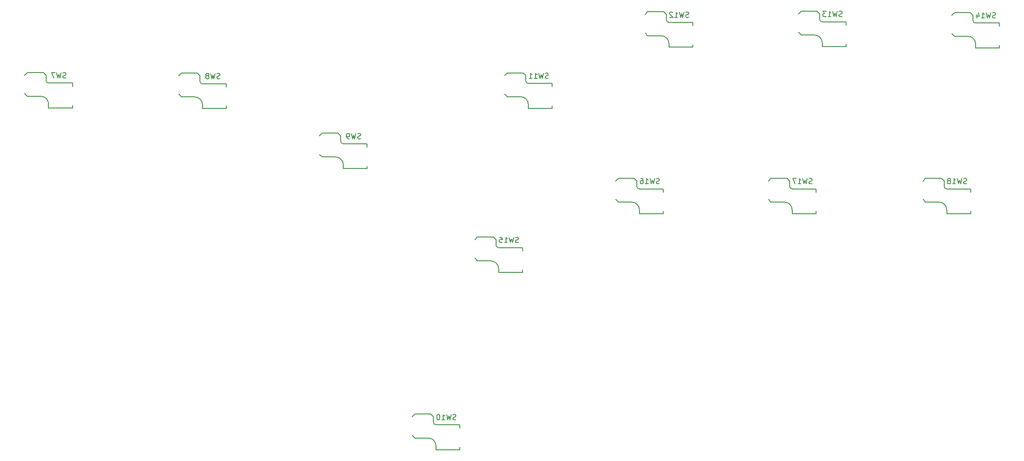
<source format=gbr>
%TF.GenerationSoftware,KiCad,Pcbnew,7.0.2*%
%TF.CreationDate,2023-12-16T15:11:12-05:00*%
%TF.ProjectId,Flatbox-rev7,466c6174-626f-4782-9d72-6576372e6b69,rev?*%
%TF.SameCoordinates,Original*%
%TF.FileFunction,Legend,Bot*%
%TF.FilePolarity,Positive*%
%FSLAX46Y46*%
G04 Gerber Fmt 4.6, Leading zero omitted, Abs format (unit mm)*
G04 Created by KiCad (PCBNEW 7.0.2) date 2023-12-16 15:11:12*
%MOMM*%
%LPD*%
G01*
G04 APERTURE LIST*
%ADD10C,0.150000*%
%ADD11C,1.701800*%
%ADD12C,3.000000*%
%ADD13C,3.429000*%
%ADD14R,2.600000X2.600000*%
%ADD15C,2.032000*%
%ADD16C,6.400000*%
%ADD17C,0.650000*%
%ADD18O,1.000000X2.100000*%
%ADD19O,1.000000X1.600000*%
%ADD20C,2.200000*%
G04 APERTURE END LIST*
D10*
%TO.C,SW8*%
X93098332Y-57965000D02*
X92955475Y-58012619D01*
X92955475Y-58012619D02*
X92717380Y-58012619D01*
X92717380Y-58012619D02*
X92622142Y-57965000D01*
X92622142Y-57965000D02*
X92574523Y-57917380D01*
X92574523Y-57917380D02*
X92526904Y-57822142D01*
X92526904Y-57822142D02*
X92526904Y-57726904D01*
X92526904Y-57726904D02*
X92574523Y-57631666D01*
X92574523Y-57631666D02*
X92622142Y-57584047D01*
X92622142Y-57584047D02*
X92717380Y-57536428D01*
X92717380Y-57536428D02*
X92907856Y-57488809D01*
X92907856Y-57488809D02*
X93003094Y-57441190D01*
X93003094Y-57441190D02*
X93050713Y-57393571D01*
X93050713Y-57393571D02*
X93098332Y-57298333D01*
X93098332Y-57298333D02*
X93098332Y-57203095D01*
X93098332Y-57203095D02*
X93050713Y-57107857D01*
X93050713Y-57107857D02*
X93003094Y-57060238D01*
X93003094Y-57060238D02*
X92907856Y-57012619D01*
X92907856Y-57012619D02*
X92669761Y-57012619D01*
X92669761Y-57012619D02*
X92526904Y-57060238D01*
X92193570Y-57012619D02*
X91955475Y-58012619D01*
X91955475Y-58012619D02*
X91764999Y-57298333D01*
X91764999Y-57298333D02*
X91574523Y-58012619D01*
X91574523Y-58012619D02*
X91336428Y-57012619D01*
X90812618Y-57441190D02*
X90907856Y-57393571D01*
X90907856Y-57393571D02*
X90955475Y-57345952D01*
X90955475Y-57345952D02*
X91003094Y-57250714D01*
X91003094Y-57250714D02*
X91003094Y-57203095D01*
X91003094Y-57203095D02*
X90955475Y-57107857D01*
X90955475Y-57107857D02*
X90907856Y-57060238D01*
X90907856Y-57060238D02*
X90812618Y-57012619D01*
X90812618Y-57012619D02*
X90622142Y-57012619D01*
X90622142Y-57012619D02*
X90526904Y-57060238D01*
X90526904Y-57060238D02*
X90479285Y-57107857D01*
X90479285Y-57107857D02*
X90431666Y-57203095D01*
X90431666Y-57203095D02*
X90431666Y-57250714D01*
X90431666Y-57250714D02*
X90479285Y-57345952D01*
X90479285Y-57345952D02*
X90526904Y-57393571D01*
X90526904Y-57393571D02*
X90622142Y-57441190D01*
X90622142Y-57441190D02*
X90812618Y-57441190D01*
X90812618Y-57441190D02*
X90907856Y-57488809D01*
X90907856Y-57488809D02*
X90955475Y-57536428D01*
X90955475Y-57536428D02*
X91003094Y-57631666D01*
X91003094Y-57631666D02*
X91003094Y-57822142D01*
X91003094Y-57822142D02*
X90955475Y-57917380D01*
X90955475Y-57917380D02*
X90907856Y-57965000D01*
X90907856Y-57965000D02*
X90812618Y-58012619D01*
X90812618Y-58012619D02*
X90622142Y-58012619D01*
X90622142Y-58012619D02*
X90526904Y-57965000D01*
X90526904Y-57965000D02*
X90479285Y-57917380D01*
X90479285Y-57917380D02*
X90431666Y-57822142D01*
X90431666Y-57822142D02*
X90431666Y-57631666D01*
X90431666Y-57631666D02*
X90479285Y-57536428D01*
X90479285Y-57536428D02*
X90526904Y-57488809D01*
X90526904Y-57488809D02*
X90622142Y-57441190D01*
%TO.C,SW9*%
X119698332Y-69315000D02*
X119555475Y-69362619D01*
X119555475Y-69362619D02*
X119317380Y-69362619D01*
X119317380Y-69362619D02*
X119222142Y-69315000D01*
X119222142Y-69315000D02*
X119174523Y-69267380D01*
X119174523Y-69267380D02*
X119126904Y-69172142D01*
X119126904Y-69172142D02*
X119126904Y-69076904D01*
X119126904Y-69076904D02*
X119174523Y-68981666D01*
X119174523Y-68981666D02*
X119222142Y-68934047D01*
X119222142Y-68934047D02*
X119317380Y-68886428D01*
X119317380Y-68886428D02*
X119507856Y-68838809D01*
X119507856Y-68838809D02*
X119603094Y-68791190D01*
X119603094Y-68791190D02*
X119650713Y-68743571D01*
X119650713Y-68743571D02*
X119698332Y-68648333D01*
X119698332Y-68648333D02*
X119698332Y-68553095D01*
X119698332Y-68553095D02*
X119650713Y-68457857D01*
X119650713Y-68457857D02*
X119603094Y-68410238D01*
X119603094Y-68410238D02*
X119507856Y-68362619D01*
X119507856Y-68362619D02*
X119269761Y-68362619D01*
X119269761Y-68362619D02*
X119126904Y-68410238D01*
X118793570Y-68362619D02*
X118555475Y-69362619D01*
X118555475Y-69362619D02*
X118364999Y-68648333D01*
X118364999Y-68648333D02*
X118174523Y-69362619D01*
X118174523Y-69362619D02*
X117936428Y-68362619D01*
X117507856Y-69362619D02*
X117317380Y-69362619D01*
X117317380Y-69362619D02*
X117222142Y-69315000D01*
X117222142Y-69315000D02*
X117174523Y-69267380D01*
X117174523Y-69267380D02*
X117079285Y-69124523D01*
X117079285Y-69124523D02*
X117031666Y-68934047D01*
X117031666Y-68934047D02*
X117031666Y-68553095D01*
X117031666Y-68553095D02*
X117079285Y-68457857D01*
X117079285Y-68457857D02*
X117126904Y-68410238D01*
X117126904Y-68410238D02*
X117222142Y-68362619D01*
X117222142Y-68362619D02*
X117412618Y-68362619D01*
X117412618Y-68362619D02*
X117507856Y-68410238D01*
X117507856Y-68410238D02*
X117555475Y-68457857D01*
X117555475Y-68457857D02*
X117603094Y-68553095D01*
X117603094Y-68553095D02*
X117603094Y-68791190D01*
X117603094Y-68791190D02*
X117555475Y-68886428D01*
X117555475Y-68886428D02*
X117507856Y-68934047D01*
X117507856Y-68934047D02*
X117412618Y-68981666D01*
X117412618Y-68981666D02*
X117222142Y-68981666D01*
X117222142Y-68981666D02*
X117126904Y-68934047D01*
X117126904Y-68934047D02*
X117079285Y-68886428D01*
X117079285Y-68886428D02*
X117031666Y-68791190D01*
%TO.C,SW10*%
X137674523Y-122415000D02*
X137531666Y-122462619D01*
X137531666Y-122462619D02*
X137293571Y-122462619D01*
X137293571Y-122462619D02*
X137198333Y-122415000D01*
X137198333Y-122415000D02*
X137150714Y-122367380D01*
X137150714Y-122367380D02*
X137103095Y-122272142D01*
X137103095Y-122272142D02*
X137103095Y-122176904D01*
X137103095Y-122176904D02*
X137150714Y-122081666D01*
X137150714Y-122081666D02*
X137198333Y-122034047D01*
X137198333Y-122034047D02*
X137293571Y-121986428D01*
X137293571Y-121986428D02*
X137484047Y-121938809D01*
X137484047Y-121938809D02*
X137579285Y-121891190D01*
X137579285Y-121891190D02*
X137626904Y-121843571D01*
X137626904Y-121843571D02*
X137674523Y-121748333D01*
X137674523Y-121748333D02*
X137674523Y-121653095D01*
X137674523Y-121653095D02*
X137626904Y-121557857D01*
X137626904Y-121557857D02*
X137579285Y-121510238D01*
X137579285Y-121510238D02*
X137484047Y-121462619D01*
X137484047Y-121462619D02*
X137245952Y-121462619D01*
X137245952Y-121462619D02*
X137103095Y-121510238D01*
X136769761Y-121462619D02*
X136531666Y-122462619D01*
X136531666Y-122462619D02*
X136341190Y-121748333D01*
X136341190Y-121748333D02*
X136150714Y-122462619D01*
X136150714Y-122462619D02*
X135912619Y-121462619D01*
X135007857Y-122462619D02*
X135579285Y-122462619D01*
X135293571Y-122462619D02*
X135293571Y-121462619D01*
X135293571Y-121462619D02*
X135388809Y-121605476D01*
X135388809Y-121605476D02*
X135484047Y-121700714D01*
X135484047Y-121700714D02*
X135579285Y-121748333D01*
X134388809Y-121462619D02*
X134293571Y-121462619D01*
X134293571Y-121462619D02*
X134198333Y-121510238D01*
X134198333Y-121510238D02*
X134150714Y-121557857D01*
X134150714Y-121557857D02*
X134103095Y-121653095D01*
X134103095Y-121653095D02*
X134055476Y-121843571D01*
X134055476Y-121843571D02*
X134055476Y-122081666D01*
X134055476Y-122081666D02*
X134103095Y-122272142D01*
X134103095Y-122272142D02*
X134150714Y-122367380D01*
X134150714Y-122367380D02*
X134198333Y-122415000D01*
X134198333Y-122415000D02*
X134293571Y-122462619D01*
X134293571Y-122462619D02*
X134388809Y-122462619D01*
X134388809Y-122462619D02*
X134484047Y-122415000D01*
X134484047Y-122415000D02*
X134531666Y-122367380D01*
X134531666Y-122367380D02*
X134579285Y-122272142D01*
X134579285Y-122272142D02*
X134626904Y-122081666D01*
X134626904Y-122081666D02*
X134626904Y-121843571D01*
X134626904Y-121843571D02*
X134579285Y-121653095D01*
X134579285Y-121653095D02*
X134531666Y-121557857D01*
X134531666Y-121557857D02*
X134484047Y-121510238D01*
X134484047Y-121510238D02*
X134388809Y-121462619D01*
%TO.C,SW11*%
X155114523Y-57905000D02*
X154971666Y-57952619D01*
X154971666Y-57952619D02*
X154733571Y-57952619D01*
X154733571Y-57952619D02*
X154638333Y-57905000D01*
X154638333Y-57905000D02*
X154590714Y-57857380D01*
X154590714Y-57857380D02*
X154543095Y-57762142D01*
X154543095Y-57762142D02*
X154543095Y-57666904D01*
X154543095Y-57666904D02*
X154590714Y-57571666D01*
X154590714Y-57571666D02*
X154638333Y-57524047D01*
X154638333Y-57524047D02*
X154733571Y-57476428D01*
X154733571Y-57476428D02*
X154924047Y-57428809D01*
X154924047Y-57428809D02*
X155019285Y-57381190D01*
X155019285Y-57381190D02*
X155066904Y-57333571D01*
X155066904Y-57333571D02*
X155114523Y-57238333D01*
X155114523Y-57238333D02*
X155114523Y-57143095D01*
X155114523Y-57143095D02*
X155066904Y-57047857D01*
X155066904Y-57047857D02*
X155019285Y-57000238D01*
X155019285Y-57000238D02*
X154924047Y-56952619D01*
X154924047Y-56952619D02*
X154685952Y-56952619D01*
X154685952Y-56952619D02*
X154543095Y-57000238D01*
X154209761Y-56952619D02*
X153971666Y-57952619D01*
X153971666Y-57952619D02*
X153781190Y-57238333D01*
X153781190Y-57238333D02*
X153590714Y-57952619D01*
X153590714Y-57952619D02*
X153352619Y-56952619D01*
X152447857Y-57952619D02*
X153019285Y-57952619D01*
X152733571Y-57952619D02*
X152733571Y-56952619D01*
X152733571Y-56952619D02*
X152828809Y-57095476D01*
X152828809Y-57095476D02*
X152924047Y-57190714D01*
X152924047Y-57190714D02*
X153019285Y-57238333D01*
X151495476Y-57952619D02*
X152066904Y-57952619D01*
X151781190Y-57952619D02*
X151781190Y-56952619D01*
X151781190Y-56952619D02*
X151876428Y-57095476D01*
X151876428Y-57095476D02*
X151971666Y-57190714D01*
X151971666Y-57190714D02*
X152066904Y-57238333D01*
%TO.C,SW12*%
X181674523Y-46375000D02*
X181531666Y-46422619D01*
X181531666Y-46422619D02*
X181293571Y-46422619D01*
X181293571Y-46422619D02*
X181198333Y-46375000D01*
X181198333Y-46375000D02*
X181150714Y-46327380D01*
X181150714Y-46327380D02*
X181103095Y-46232142D01*
X181103095Y-46232142D02*
X181103095Y-46136904D01*
X181103095Y-46136904D02*
X181150714Y-46041666D01*
X181150714Y-46041666D02*
X181198333Y-45994047D01*
X181198333Y-45994047D02*
X181293571Y-45946428D01*
X181293571Y-45946428D02*
X181484047Y-45898809D01*
X181484047Y-45898809D02*
X181579285Y-45851190D01*
X181579285Y-45851190D02*
X181626904Y-45803571D01*
X181626904Y-45803571D02*
X181674523Y-45708333D01*
X181674523Y-45708333D02*
X181674523Y-45613095D01*
X181674523Y-45613095D02*
X181626904Y-45517857D01*
X181626904Y-45517857D02*
X181579285Y-45470238D01*
X181579285Y-45470238D02*
X181484047Y-45422619D01*
X181484047Y-45422619D02*
X181245952Y-45422619D01*
X181245952Y-45422619D02*
X181103095Y-45470238D01*
X180769761Y-45422619D02*
X180531666Y-46422619D01*
X180531666Y-46422619D02*
X180341190Y-45708333D01*
X180341190Y-45708333D02*
X180150714Y-46422619D01*
X180150714Y-46422619D02*
X179912619Y-45422619D01*
X179007857Y-46422619D02*
X179579285Y-46422619D01*
X179293571Y-46422619D02*
X179293571Y-45422619D01*
X179293571Y-45422619D02*
X179388809Y-45565476D01*
X179388809Y-45565476D02*
X179484047Y-45660714D01*
X179484047Y-45660714D02*
X179579285Y-45708333D01*
X178626904Y-45517857D02*
X178579285Y-45470238D01*
X178579285Y-45470238D02*
X178484047Y-45422619D01*
X178484047Y-45422619D02*
X178245952Y-45422619D01*
X178245952Y-45422619D02*
X178150714Y-45470238D01*
X178150714Y-45470238D02*
X178103095Y-45517857D01*
X178103095Y-45517857D02*
X178055476Y-45613095D01*
X178055476Y-45613095D02*
X178055476Y-45708333D01*
X178055476Y-45708333D02*
X178103095Y-45851190D01*
X178103095Y-45851190D02*
X178674523Y-46422619D01*
X178674523Y-46422619D02*
X178055476Y-46422619D01*
%TO.C,SW13*%
X210644523Y-46255000D02*
X210501666Y-46302619D01*
X210501666Y-46302619D02*
X210263571Y-46302619D01*
X210263571Y-46302619D02*
X210168333Y-46255000D01*
X210168333Y-46255000D02*
X210120714Y-46207380D01*
X210120714Y-46207380D02*
X210073095Y-46112142D01*
X210073095Y-46112142D02*
X210073095Y-46016904D01*
X210073095Y-46016904D02*
X210120714Y-45921666D01*
X210120714Y-45921666D02*
X210168333Y-45874047D01*
X210168333Y-45874047D02*
X210263571Y-45826428D01*
X210263571Y-45826428D02*
X210454047Y-45778809D01*
X210454047Y-45778809D02*
X210549285Y-45731190D01*
X210549285Y-45731190D02*
X210596904Y-45683571D01*
X210596904Y-45683571D02*
X210644523Y-45588333D01*
X210644523Y-45588333D02*
X210644523Y-45493095D01*
X210644523Y-45493095D02*
X210596904Y-45397857D01*
X210596904Y-45397857D02*
X210549285Y-45350238D01*
X210549285Y-45350238D02*
X210454047Y-45302619D01*
X210454047Y-45302619D02*
X210215952Y-45302619D01*
X210215952Y-45302619D02*
X210073095Y-45350238D01*
X209739761Y-45302619D02*
X209501666Y-46302619D01*
X209501666Y-46302619D02*
X209311190Y-45588333D01*
X209311190Y-45588333D02*
X209120714Y-46302619D01*
X209120714Y-46302619D02*
X208882619Y-45302619D01*
X207977857Y-46302619D02*
X208549285Y-46302619D01*
X208263571Y-46302619D02*
X208263571Y-45302619D01*
X208263571Y-45302619D02*
X208358809Y-45445476D01*
X208358809Y-45445476D02*
X208454047Y-45540714D01*
X208454047Y-45540714D02*
X208549285Y-45588333D01*
X207644523Y-45302619D02*
X207025476Y-45302619D01*
X207025476Y-45302619D02*
X207358809Y-45683571D01*
X207358809Y-45683571D02*
X207215952Y-45683571D01*
X207215952Y-45683571D02*
X207120714Y-45731190D01*
X207120714Y-45731190D02*
X207073095Y-45778809D01*
X207073095Y-45778809D02*
X207025476Y-45874047D01*
X207025476Y-45874047D02*
X207025476Y-46112142D01*
X207025476Y-46112142D02*
X207073095Y-46207380D01*
X207073095Y-46207380D02*
X207120714Y-46255000D01*
X207120714Y-46255000D02*
X207215952Y-46302619D01*
X207215952Y-46302619D02*
X207501666Y-46302619D01*
X207501666Y-46302619D02*
X207596904Y-46255000D01*
X207596904Y-46255000D02*
X207644523Y-46207380D01*
%TO.C,SW14*%
X239614523Y-46495000D02*
X239471666Y-46542619D01*
X239471666Y-46542619D02*
X239233571Y-46542619D01*
X239233571Y-46542619D02*
X239138333Y-46495000D01*
X239138333Y-46495000D02*
X239090714Y-46447380D01*
X239090714Y-46447380D02*
X239043095Y-46352142D01*
X239043095Y-46352142D02*
X239043095Y-46256904D01*
X239043095Y-46256904D02*
X239090714Y-46161666D01*
X239090714Y-46161666D02*
X239138333Y-46114047D01*
X239138333Y-46114047D02*
X239233571Y-46066428D01*
X239233571Y-46066428D02*
X239424047Y-46018809D01*
X239424047Y-46018809D02*
X239519285Y-45971190D01*
X239519285Y-45971190D02*
X239566904Y-45923571D01*
X239566904Y-45923571D02*
X239614523Y-45828333D01*
X239614523Y-45828333D02*
X239614523Y-45733095D01*
X239614523Y-45733095D02*
X239566904Y-45637857D01*
X239566904Y-45637857D02*
X239519285Y-45590238D01*
X239519285Y-45590238D02*
X239424047Y-45542619D01*
X239424047Y-45542619D02*
X239185952Y-45542619D01*
X239185952Y-45542619D02*
X239043095Y-45590238D01*
X238709761Y-45542619D02*
X238471666Y-46542619D01*
X238471666Y-46542619D02*
X238281190Y-45828333D01*
X238281190Y-45828333D02*
X238090714Y-46542619D01*
X238090714Y-46542619D02*
X237852619Y-45542619D01*
X236947857Y-46542619D02*
X237519285Y-46542619D01*
X237233571Y-46542619D02*
X237233571Y-45542619D01*
X237233571Y-45542619D02*
X237328809Y-45685476D01*
X237328809Y-45685476D02*
X237424047Y-45780714D01*
X237424047Y-45780714D02*
X237519285Y-45828333D01*
X236090714Y-45875952D02*
X236090714Y-46542619D01*
X236328809Y-45495000D02*
X236566904Y-46209285D01*
X236566904Y-46209285D02*
X235947857Y-46209285D01*
%TO.C,SW15*%
X149504523Y-88945000D02*
X149361666Y-88992619D01*
X149361666Y-88992619D02*
X149123571Y-88992619D01*
X149123571Y-88992619D02*
X149028333Y-88945000D01*
X149028333Y-88945000D02*
X148980714Y-88897380D01*
X148980714Y-88897380D02*
X148933095Y-88802142D01*
X148933095Y-88802142D02*
X148933095Y-88706904D01*
X148933095Y-88706904D02*
X148980714Y-88611666D01*
X148980714Y-88611666D02*
X149028333Y-88564047D01*
X149028333Y-88564047D02*
X149123571Y-88516428D01*
X149123571Y-88516428D02*
X149314047Y-88468809D01*
X149314047Y-88468809D02*
X149409285Y-88421190D01*
X149409285Y-88421190D02*
X149456904Y-88373571D01*
X149456904Y-88373571D02*
X149504523Y-88278333D01*
X149504523Y-88278333D02*
X149504523Y-88183095D01*
X149504523Y-88183095D02*
X149456904Y-88087857D01*
X149456904Y-88087857D02*
X149409285Y-88040238D01*
X149409285Y-88040238D02*
X149314047Y-87992619D01*
X149314047Y-87992619D02*
X149075952Y-87992619D01*
X149075952Y-87992619D02*
X148933095Y-88040238D01*
X148599761Y-87992619D02*
X148361666Y-88992619D01*
X148361666Y-88992619D02*
X148171190Y-88278333D01*
X148171190Y-88278333D02*
X147980714Y-88992619D01*
X147980714Y-88992619D02*
X147742619Y-87992619D01*
X146837857Y-88992619D02*
X147409285Y-88992619D01*
X147123571Y-88992619D02*
X147123571Y-87992619D01*
X147123571Y-87992619D02*
X147218809Y-88135476D01*
X147218809Y-88135476D02*
X147314047Y-88230714D01*
X147314047Y-88230714D02*
X147409285Y-88278333D01*
X145933095Y-87992619D02*
X146409285Y-87992619D01*
X146409285Y-87992619D02*
X146456904Y-88468809D01*
X146456904Y-88468809D02*
X146409285Y-88421190D01*
X146409285Y-88421190D02*
X146314047Y-88373571D01*
X146314047Y-88373571D02*
X146075952Y-88373571D01*
X146075952Y-88373571D02*
X145980714Y-88421190D01*
X145980714Y-88421190D02*
X145933095Y-88468809D01*
X145933095Y-88468809D02*
X145885476Y-88564047D01*
X145885476Y-88564047D02*
X145885476Y-88802142D01*
X145885476Y-88802142D02*
X145933095Y-88897380D01*
X145933095Y-88897380D02*
X145980714Y-88945000D01*
X145980714Y-88945000D02*
X146075952Y-88992619D01*
X146075952Y-88992619D02*
X146314047Y-88992619D01*
X146314047Y-88992619D02*
X146409285Y-88945000D01*
X146409285Y-88945000D02*
X146456904Y-88897380D01*
%TO.C,SW16*%
X176114523Y-77835000D02*
X175971666Y-77882619D01*
X175971666Y-77882619D02*
X175733571Y-77882619D01*
X175733571Y-77882619D02*
X175638333Y-77835000D01*
X175638333Y-77835000D02*
X175590714Y-77787380D01*
X175590714Y-77787380D02*
X175543095Y-77692142D01*
X175543095Y-77692142D02*
X175543095Y-77596904D01*
X175543095Y-77596904D02*
X175590714Y-77501666D01*
X175590714Y-77501666D02*
X175638333Y-77454047D01*
X175638333Y-77454047D02*
X175733571Y-77406428D01*
X175733571Y-77406428D02*
X175924047Y-77358809D01*
X175924047Y-77358809D02*
X176019285Y-77311190D01*
X176019285Y-77311190D02*
X176066904Y-77263571D01*
X176066904Y-77263571D02*
X176114523Y-77168333D01*
X176114523Y-77168333D02*
X176114523Y-77073095D01*
X176114523Y-77073095D02*
X176066904Y-76977857D01*
X176066904Y-76977857D02*
X176019285Y-76930238D01*
X176019285Y-76930238D02*
X175924047Y-76882619D01*
X175924047Y-76882619D02*
X175685952Y-76882619D01*
X175685952Y-76882619D02*
X175543095Y-76930238D01*
X175209761Y-76882619D02*
X174971666Y-77882619D01*
X174971666Y-77882619D02*
X174781190Y-77168333D01*
X174781190Y-77168333D02*
X174590714Y-77882619D01*
X174590714Y-77882619D02*
X174352619Y-76882619D01*
X173447857Y-77882619D02*
X174019285Y-77882619D01*
X173733571Y-77882619D02*
X173733571Y-76882619D01*
X173733571Y-76882619D02*
X173828809Y-77025476D01*
X173828809Y-77025476D02*
X173924047Y-77120714D01*
X173924047Y-77120714D02*
X174019285Y-77168333D01*
X172590714Y-76882619D02*
X172781190Y-76882619D01*
X172781190Y-76882619D02*
X172876428Y-76930238D01*
X172876428Y-76930238D02*
X172924047Y-76977857D01*
X172924047Y-76977857D02*
X173019285Y-77120714D01*
X173019285Y-77120714D02*
X173066904Y-77311190D01*
X173066904Y-77311190D02*
X173066904Y-77692142D01*
X173066904Y-77692142D02*
X173019285Y-77787380D01*
X173019285Y-77787380D02*
X172971666Y-77835000D01*
X172971666Y-77835000D02*
X172876428Y-77882619D01*
X172876428Y-77882619D02*
X172685952Y-77882619D01*
X172685952Y-77882619D02*
X172590714Y-77835000D01*
X172590714Y-77835000D02*
X172543095Y-77787380D01*
X172543095Y-77787380D02*
X172495476Y-77692142D01*
X172495476Y-77692142D02*
X172495476Y-77454047D01*
X172495476Y-77454047D02*
X172543095Y-77358809D01*
X172543095Y-77358809D02*
X172590714Y-77311190D01*
X172590714Y-77311190D02*
X172685952Y-77263571D01*
X172685952Y-77263571D02*
X172876428Y-77263571D01*
X172876428Y-77263571D02*
X172971666Y-77311190D01*
X172971666Y-77311190D02*
X173019285Y-77358809D01*
X173019285Y-77358809D02*
X173066904Y-77454047D01*
%TO.C,SW17*%
X204964523Y-77835000D02*
X204821666Y-77882619D01*
X204821666Y-77882619D02*
X204583571Y-77882619D01*
X204583571Y-77882619D02*
X204488333Y-77835000D01*
X204488333Y-77835000D02*
X204440714Y-77787380D01*
X204440714Y-77787380D02*
X204393095Y-77692142D01*
X204393095Y-77692142D02*
X204393095Y-77596904D01*
X204393095Y-77596904D02*
X204440714Y-77501666D01*
X204440714Y-77501666D02*
X204488333Y-77454047D01*
X204488333Y-77454047D02*
X204583571Y-77406428D01*
X204583571Y-77406428D02*
X204774047Y-77358809D01*
X204774047Y-77358809D02*
X204869285Y-77311190D01*
X204869285Y-77311190D02*
X204916904Y-77263571D01*
X204916904Y-77263571D02*
X204964523Y-77168333D01*
X204964523Y-77168333D02*
X204964523Y-77073095D01*
X204964523Y-77073095D02*
X204916904Y-76977857D01*
X204916904Y-76977857D02*
X204869285Y-76930238D01*
X204869285Y-76930238D02*
X204774047Y-76882619D01*
X204774047Y-76882619D02*
X204535952Y-76882619D01*
X204535952Y-76882619D02*
X204393095Y-76930238D01*
X204059761Y-76882619D02*
X203821666Y-77882619D01*
X203821666Y-77882619D02*
X203631190Y-77168333D01*
X203631190Y-77168333D02*
X203440714Y-77882619D01*
X203440714Y-77882619D02*
X203202619Y-76882619D01*
X202297857Y-77882619D02*
X202869285Y-77882619D01*
X202583571Y-77882619D02*
X202583571Y-76882619D01*
X202583571Y-76882619D02*
X202678809Y-77025476D01*
X202678809Y-77025476D02*
X202774047Y-77120714D01*
X202774047Y-77120714D02*
X202869285Y-77168333D01*
X201964523Y-76882619D02*
X201297857Y-76882619D01*
X201297857Y-76882619D02*
X201726428Y-77882619D01*
%TO.C,SW18*%
X234174523Y-77835000D02*
X234031666Y-77882619D01*
X234031666Y-77882619D02*
X233793571Y-77882619D01*
X233793571Y-77882619D02*
X233698333Y-77835000D01*
X233698333Y-77835000D02*
X233650714Y-77787380D01*
X233650714Y-77787380D02*
X233603095Y-77692142D01*
X233603095Y-77692142D02*
X233603095Y-77596904D01*
X233603095Y-77596904D02*
X233650714Y-77501666D01*
X233650714Y-77501666D02*
X233698333Y-77454047D01*
X233698333Y-77454047D02*
X233793571Y-77406428D01*
X233793571Y-77406428D02*
X233984047Y-77358809D01*
X233984047Y-77358809D02*
X234079285Y-77311190D01*
X234079285Y-77311190D02*
X234126904Y-77263571D01*
X234126904Y-77263571D02*
X234174523Y-77168333D01*
X234174523Y-77168333D02*
X234174523Y-77073095D01*
X234174523Y-77073095D02*
X234126904Y-76977857D01*
X234126904Y-76977857D02*
X234079285Y-76930238D01*
X234079285Y-76930238D02*
X233984047Y-76882619D01*
X233984047Y-76882619D02*
X233745952Y-76882619D01*
X233745952Y-76882619D02*
X233603095Y-76930238D01*
X233269761Y-76882619D02*
X233031666Y-77882619D01*
X233031666Y-77882619D02*
X232841190Y-77168333D01*
X232841190Y-77168333D02*
X232650714Y-77882619D01*
X232650714Y-77882619D02*
X232412619Y-76882619D01*
X231507857Y-77882619D02*
X232079285Y-77882619D01*
X231793571Y-77882619D02*
X231793571Y-76882619D01*
X231793571Y-76882619D02*
X231888809Y-77025476D01*
X231888809Y-77025476D02*
X231984047Y-77120714D01*
X231984047Y-77120714D02*
X232079285Y-77168333D01*
X230936428Y-77311190D02*
X231031666Y-77263571D01*
X231031666Y-77263571D02*
X231079285Y-77215952D01*
X231079285Y-77215952D02*
X231126904Y-77120714D01*
X231126904Y-77120714D02*
X231126904Y-77073095D01*
X231126904Y-77073095D02*
X231079285Y-76977857D01*
X231079285Y-76977857D02*
X231031666Y-76930238D01*
X231031666Y-76930238D02*
X230936428Y-76882619D01*
X230936428Y-76882619D02*
X230745952Y-76882619D01*
X230745952Y-76882619D02*
X230650714Y-76930238D01*
X230650714Y-76930238D02*
X230603095Y-76977857D01*
X230603095Y-76977857D02*
X230555476Y-77073095D01*
X230555476Y-77073095D02*
X230555476Y-77120714D01*
X230555476Y-77120714D02*
X230603095Y-77215952D01*
X230603095Y-77215952D02*
X230650714Y-77263571D01*
X230650714Y-77263571D02*
X230745952Y-77311190D01*
X230745952Y-77311190D02*
X230936428Y-77311190D01*
X230936428Y-77311190D02*
X231031666Y-77358809D01*
X231031666Y-77358809D02*
X231079285Y-77406428D01*
X231079285Y-77406428D02*
X231126904Y-77501666D01*
X231126904Y-77501666D02*
X231126904Y-77692142D01*
X231126904Y-77692142D02*
X231079285Y-77787380D01*
X231079285Y-77787380D02*
X231031666Y-77835000D01*
X231031666Y-77835000D02*
X230936428Y-77882619D01*
X230936428Y-77882619D02*
X230745952Y-77882619D01*
X230745952Y-77882619D02*
X230650714Y-77835000D01*
X230650714Y-77835000D02*
X230603095Y-77787380D01*
X230603095Y-77787380D02*
X230555476Y-77692142D01*
X230555476Y-77692142D02*
X230555476Y-77501666D01*
X230555476Y-77501666D02*
X230603095Y-77406428D01*
X230603095Y-77406428D02*
X230650714Y-77358809D01*
X230650714Y-77358809D02*
X230745952Y-77311190D01*
%TO.C,SW7*%
X64003332Y-57845000D02*
X63860475Y-57892619D01*
X63860475Y-57892619D02*
X63622380Y-57892619D01*
X63622380Y-57892619D02*
X63527142Y-57845000D01*
X63527142Y-57845000D02*
X63479523Y-57797380D01*
X63479523Y-57797380D02*
X63431904Y-57702142D01*
X63431904Y-57702142D02*
X63431904Y-57606904D01*
X63431904Y-57606904D02*
X63479523Y-57511666D01*
X63479523Y-57511666D02*
X63527142Y-57464047D01*
X63527142Y-57464047D02*
X63622380Y-57416428D01*
X63622380Y-57416428D02*
X63812856Y-57368809D01*
X63812856Y-57368809D02*
X63908094Y-57321190D01*
X63908094Y-57321190D02*
X63955713Y-57273571D01*
X63955713Y-57273571D02*
X64003332Y-57178333D01*
X64003332Y-57178333D02*
X64003332Y-57083095D01*
X64003332Y-57083095D02*
X63955713Y-56987857D01*
X63955713Y-56987857D02*
X63908094Y-56940238D01*
X63908094Y-56940238D02*
X63812856Y-56892619D01*
X63812856Y-56892619D02*
X63574761Y-56892619D01*
X63574761Y-56892619D02*
X63431904Y-56940238D01*
X63098570Y-56892619D02*
X62860475Y-57892619D01*
X62860475Y-57892619D02*
X62669999Y-57178333D01*
X62669999Y-57178333D02*
X62479523Y-57892619D01*
X62479523Y-57892619D02*
X62241428Y-56892619D01*
X61955713Y-56892619D02*
X61289047Y-56892619D01*
X61289047Y-56892619D02*
X61717618Y-57892619D01*
%TO.C,SW8*%
X85320000Y-57470000D02*
X85820000Y-56970000D01*
X85320000Y-60970000D02*
X85820000Y-61470000D01*
X85820000Y-56970000D02*
X88820000Y-56970000D01*
X85820000Y-61470000D02*
X88320000Y-61470000D01*
X88820000Y-56970000D02*
X89320000Y-57470000D01*
X89320000Y-58470000D02*
X89320000Y-57470000D01*
X89820000Y-62970000D02*
X89820000Y-63670000D01*
X89820000Y-63670000D02*
X94320000Y-63670000D01*
X94320000Y-58970000D02*
X89820000Y-58970000D01*
X94320000Y-59570000D02*
X94320000Y-58970000D01*
X94320000Y-63670000D02*
X94320000Y-63170000D01*
X89820000Y-62970000D02*
G75*
G03*
X88320000Y-61470000I-1500000J0D01*
G01*
X89320000Y-58470000D02*
G75*
G03*
X89820000Y-58970000I500000J0D01*
G01*
%TO.C,SW9*%
X111920000Y-68820000D02*
X112420000Y-68320000D01*
X111920000Y-72320000D02*
X112420000Y-72820000D01*
X112420000Y-68320000D02*
X115420000Y-68320000D01*
X112420000Y-72820000D02*
X114920000Y-72820000D01*
X115420000Y-68320000D02*
X115920000Y-68820000D01*
X115920000Y-69820000D02*
X115920000Y-68820000D01*
X116420000Y-74320000D02*
X116420000Y-75020000D01*
X116420000Y-75020000D02*
X120920000Y-75020000D01*
X120920000Y-70320000D02*
X116420000Y-70320000D01*
X120920000Y-70920000D02*
X120920000Y-70320000D01*
X120920000Y-75020000D02*
X120920000Y-74520000D01*
X116420000Y-74320000D02*
G75*
G03*
X114920000Y-72820000I-1500000J0D01*
G01*
X115920000Y-69820000D02*
G75*
G03*
X116420000Y-70320000I500000J0D01*
G01*
%TO.C,SW10*%
X129420000Y-121920000D02*
X129920000Y-121420000D01*
X129420000Y-125420000D02*
X129920000Y-125920000D01*
X129920000Y-121420000D02*
X132920000Y-121420000D01*
X129920000Y-125920000D02*
X132420000Y-125920000D01*
X132920000Y-121420000D02*
X133420000Y-121920000D01*
X133420000Y-122920000D02*
X133420000Y-121920000D01*
X133920000Y-127420000D02*
X133920000Y-128120000D01*
X133920000Y-128120000D02*
X138420000Y-128120000D01*
X138420000Y-123420000D02*
X133920000Y-123420000D01*
X138420000Y-124020000D02*
X138420000Y-123420000D01*
X138420000Y-128120000D02*
X138420000Y-127620000D01*
X133920000Y-127420000D02*
G75*
G03*
X132420000Y-125920000I-1500000J0D01*
G01*
X133420000Y-122920000D02*
G75*
G03*
X133920000Y-123420000I500000J0D01*
G01*
%TO.C,SW11*%
X146860000Y-57410000D02*
X147360000Y-56910000D01*
X146860000Y-60910000D02*
X147360000Y-61410000D01*
X147360000Y-56910000D02*
X150360000Y-56910000D01*
X147360000Y-61410000D02*
X149860000Y-61410000D01*
X150360000Y-56910000D02*
X150860000Y-57410000D01*
X150860000Y-58410000D02*
X150860000Y-57410000D01*
X151360000Y-62910000D02*
X151360000Y-63610000D01*
X151360000Y-63610000D02*
X155860000Y-63610000D01*
X155860000Y-58910000D02*
X151360000Y-58910000D01*
X155860000Y-59510000D02*
X155860000Y-58910000D01*
X155860000Y-63610000D02*
X155860000Y-63110000D01*
X151360000Y-62910000D02*
G75*
G03*
X149860000Y-61410000I-1500000J0D01*
G01*
X150860000Y-58410000D02*
G75*
G03*
X151360000Y-58910000I500000J0D01*
G01*
%TO.C,SW12*%
X173420000Y-45880000D02*
X173920000Y-45380000D01*
X173420000Y-49380000D02*
X173920000Y-49880000D01*
X173920000Y-45380000D02*
X176920000Y-45380000D01*
X173920000Y-49880000D02*
X176420000Y-49880000D01*
X176920000Y-45380000D02*
X177420000Y-45880000D01*
X177420000Y-46880000D02*
X177420000Y-45880000D01*
X177920000Y-51380000D02*
X177920000Y-52080000D01*
X177920000Y-52080000D02*
X182420000Y-52080000D01*
X182420000Y-47380000D02*
X177920000Y-47380000D01*
X182420000Y-47980000D02*
X182420000Y-47380000D01*
X182420000Y-52080000D02*
X182420000Y-51580000D01*
X177920000Y-51380000D02*
G75*
G03*
X176420000Y-49880000I-1500000J0D01*
G01*
X177420000Y-46880000D02*
G75*
G03*
X177920000Y-47380000I500000J0D01*
G01*
%TO.C,SW13*%
X202390000Y-45760000D02*
X202890000Y-45260000D01*
X202390000Y-49260000D02*
X202890000Y-49760000D01*
X202890000Y-45260000D02*
X205890000Y-45260000D01*
X202890000Y-49760000D02*
X205390000Y-49760000D01*
X205890000Y-45260000D02*
X206390000Y-45760000D01*
X206390000Y-46760000D02*
X206390000Y-45760000D01*
X206890000Y-51260000D02*
X206890000Y-51960000D01*
X206890000Y-51960000D02*
X211390000Y-51960000D01*
X211390000Y-47260000D02*
X206890000Y-47260000D01*
X211390000Y-47860000D02*
X211390000Y-47260000D01*
X211390000Y-51960000D02*
X211390000Y-51460000D01*
X206890000Y-51260000D02*
G75*
G03*
X205390000Y-49760000I-1500000J0D01*
G01*
X206390000Y-46760000D02*
G75*
G03*
X206890000Y-47260000I500000J0D01*
G01*
%TO.C,SW14*%
X231360000Y-46000000D02*
X231860000Y-45500000D01*
X231360000Y-49500000D02*
X231860000Y-50000000D01*
X231860000Y-45500000D02*
X234860000Y-45500000D01*
X231860000Y-50000000D02*
X234360000Y-50000000D01*
X234860000Y-45500000D02*
X235360000Y-46000000D01*
X235360000Y-47000000D02*
X235360000Y-46000000D01*
X235860000Y-51500000D02*
X235860000Y-52200000D01*
X235860000Y-52200000D02*
X240360000Y-52200000D01*
X240360000Y-47500000D02*
X235860000Y-47500000D01*
X240360000Y-48100000D02*
X240360000Y-47500000D01*
X240360000Y-52200000D02*
X240360000Y-51700000D01*
X235860000Y-51500000D02*
G75*
G03*
X234360000Y-50000000I-1500000J0D01*
G01*
X235360000Y-47000000D02*
G75*
G03*
X235860000Y-47500000I500000J0D01*
G01*
%TO.C,SW15*%
X141250000Y-88450000D02*
X141750000Y-87950000D01*
X141250000Y-91950000D02*
X141750000Y-92450000D01*
X141750000Y-87950000D02*
X144750000Y-87950000D01*
X141750000Y-92450000D02*
X144250000Y-92450000D01*
X144750000Y-87950000D02*
X145250000Y-88450000D01*
X145250000Y-89450000D02*
X145250000Y-88450000D01*
X145750000Y-93950000D02*
X145750000Y-94650000D01*
X145750000Y-94650000D02*
X150250000Y-94650000D01*
X150250000Y-89950000D02*
X145750000Y-89950000D01*
X150250000Y-90550000D02*
X150250000Y-89950000D01*
X150250000Y-94650000D02*
X150250000Y-94150000D01*
X145750000Y-93950000D02*
G75*
G03*
X144250000Y-92450000I-1500000J0D01*
G01*
X145250000Y-89450000D02*
G75*
G03*
X145750000Y-89950000I500000J0D01*
G01*
%TO.C,SW16*%
X167860000Y-77340000D02*
X168360000Y-76840000D01*
X167860000Y-80840000D02*
X168360000Y-81340000D01*
X168360000Y-76840000D02*
X171360000Y-76840000D01*
X168360000Y-81340000D02*
X170860000Y-81340000D01*
X171360000Y-76840000D02*
X171860000Y-77340000D01*
X171860000Y-78340000D02*
X171860000Y-77340000D01*
X172360000Y-82840000D02*
X172360000Y-83540000D01*
X172360000Y-83540000D02*
X176860000Y-83540000D01*
X176860000Y-78840000D02*
X172360000Y-78840000D01*
X176860000Y-79440000D02*
X176860000Y-78840000D01*
X176860000Y-83540000D02*
X176860000Y-83040000D01*
X172360000Y-82840000D02*
G75*
G03*
X170860000Y-81340000I-1500000J0D01*
G01*
X171860000Y-78340000D02*
G75*
G03*
X172360000Y-78840000I500000J0D01*
G01*
%TO.C,SW17*%
X196710000Y-77340000D02*
X197210000Y-76840000D01*
X196710000Y-80840000D02*
X197210000Y-81340000D01*
X197210000Y-76840000D02*
X200210000Y-76840000D01*
X197210000Y-81340000D02*
X199710000Y-81340000D01*
X200210000Y-76840000D02*
X200710000Y-77340000D01*
X200710000Y-78340000D02*
X200710000Y-77340000D01*
X201210000Y-82840000D02*
X201210000Y-83540000D01*
X201210000Y-83540000D02*
X205710000Y-83540000D01*
X205710000Y-78840000D02*
X201210000Y-78840000D01*
X205710000Y-79440000D02*
X205710000Y-78840000D01*
X205710000Y-83540000D02*
X205710000Y-83040000D01*
X201210000Y-82840000D02*
G75*
G03*
X199710000Y-81340000I-1500000J0D01*
G01*
X200710000Y-78340000D02*
G75*
G03*
X201210000Y-78840000I500000J0D01*
G01*
%TO.C,SW18*%
X225920000Y-77340000D02*
X226420000Y-76840000D01*
X225920000Y-80840000D02*
X226420000Y-81340000D01*
X226420000Y-76840000D02*
X229420000Y-76840000D01*
X226420000Y-81340000D02*
X228920000Y-81340000D01*
X229420000Y-76840000D02*
X229920000Y-77340000D01*
X229920000Y-78340000D02*
X229920000Y-77340000D01*
X230420000Y-82840000D02*
X230420000Y-83540000D01*
X230420000Y-83540000D02*
X234920000Y-83540000D01*
X234920000Y-78840000D02*
X230420000Y-78840000D01*
X234920000Y-79440000D02*
X234920000Y-78840000D01*
X234920000Y-83540000D02*
X234920000Y-83040000D01*
X230420000Y-82840000D02*
G75*
G03*
X228920000Y-81340000I-1500000J0D01*
G01*
X229920000Y-78340000D02*
G75*
G03*
X230420000Y-78840000I500000J0D01*
G01*
%TO.C,SW7*%
X56225000Y-57350000D02*
X56725000Y-56850000D01*
X56225000Y-60850000D02*
X56725000Y-61350000D01*
X56725000Y-56850000D02*
X59725000Y-56850000D01*
X56725000Y-61350000D02*
X59225000Y-61350000D01*
X59725000Y-56850000D02*
X60225000Y-57350000D01*
X60225000Y-58350000D02*
X60225000Y-57350000D01*
X60725000Y-62850000D02*
X60725000Y-63550000D01*
X60725000Y-63550000D02*
X65225000Y-63550000D01*
X65225000Y-58850000D02*
X60725000Y-58850000D01*
X65225000Y-59450000D02*
X65225000Y-58850000D01*
X65225000Y-63550000D02*
X65225000Y-63050000D01*
X60725000Y-62850000D02*
G75*
G03*
X59225000Y-61350000I-1500000J0D01*
G01*
X60225000Y-58350000D02*
G75*
G03*
X60725000Y-58850000I500000J0D01*
G01*
%TD*%
%LPC*%
D11*
%TO.C,SW8*%
X81820000Y-65170000D03*
D12*
X87320000Y-59220000D03*
D13*
X87320000Y-65170000D03*
D12*
X92320000Y-61420000D03*
D11*
X92820000Y-65170000D03*
D14*
X84045000Y-59220000D03*
D15*
X87320000Y-71070000D03*
X82320000Y-68970000D03*
D14*
X95595000Y-61420000D03*
%TD*%
D11*
%TO.C,SW9*%
X108420000Y-76520000D03*
D12*
X113920000Y-70570000D03*
D13*
X113920000Y-76520000D03*
D12*
X118920000Y-72770000D03*
D11*
X119420000Y-76520000D03*
D14*
X110645000Y-70570000D03*
D15*
X113920000Y-82420000D03*
X108920000Y-80320000D03*
D14*
X122195000Y-72770000D03*
%TD*%
D11*
%TO.C,SW10*%
X125920000Y-129620000D03*
D12*
X131420000Y-123670000D03*
D13*
X131420000Y-129620000D03*
D12*
X136420000Y-125870000D03*
D11*
X136920000Y-129620000D03*
D14*
X128145000Y-123670000D03*
D15*
X131420000Y-135520000D03*
X126420000Y-133420000D03*
D14*
X139695000Y-125870000D03*
%TD*%
D11*
%TO.C,SW11*%
X143360000Y-65110000D03*
D12*
X148860000Y-59160000D03*
D13*
X148860000Y-65110000D03*
D12*
X153860000Y-61360000D03*
D11*
X154360000Y-65110000D03*
D14*
X145585000Y-59160000D03*
D15*
X148860000Y-71010000D03*
X143860000Y-68910000D03*
D14*
X157135000Y-61360000D03*
%TD*%
D11*
%TO.C,SW12*%
X169920000Y-53580000D03*
D12*
X175420000Y-47630000D03*
D13*
X175420000Y-53580000D03*
D12*
X180420000Y-49830000D03*
D11*
X180920000Y-53580000D03*
D14*
X172145000Y-47630000D03*
D15*
X175420000Y-59480000D03*
X170420000Y-57380000D03*
D14*
X183695000Y-49830000D03*
%TD*%
D11*
%TO.C,SW13*%
X198890000Y-53460000D03*
D12*
X204390000Y-47510000D03*
D13*
X204390000Y-53460000D03*
D12*
X209390000Y-49710000D03*
D11*
X209890000Y-53460000D03*
D14*
X201115000Y-47510000D03*
D15*
X204390000Y-59360000D03*
X199390000Y-57260000D03*
D14*
X212665000Y-49710000D03*
%TD*%
D11*
%TO.C,SW14*%
X227860000Y-53700000D03*
D12*
X233360000Y-47750000D03*
D13*
X233360000Y-53700000D03*
D12*
X238360000Y-49950000D03*
D11*
X238860000Y-53700000D03*
D14*
X230085000Y-47750000D03*
D15*
X233360000Y-59600000D03*
X228360000Y-57500000D03*
D14*
X241635000Y-49950000D03*
%TD*%
D11*
%TO.C,SW15*%
X137750000Y-96150000D03*
D12*
X143250000Y-90200000D03*
D13*
X143250000Y-96150000D03*
D12*
X148250000Y-92400000D03*
D11*
X148750000Y-96150000D03*
D14*
X139975000Y-90200000D03*
D15*
X143250000Y-102050000D03*
X138250000Y-99950000D03*
D14*
X151525000Y-92400000D03*
%TD*%
D11*
%TO.C,SW16*%
X164360000Y-85040000D03*
D12*
X169860000Y-79090000D03*
D13*
X169860000Y-85040000D03*
D12*
X174860000Y-81290000D03*
D11*
X175360000Y-85040000D03*
D14*
X166585000Y-79090000D03*
D15*
X169860000Y-90940000D03*
X164860000Y-88840000D03*
D14*
X178135000Y-81290000D03*
%TD*%
D11*
%TO.C,SW17*%
X193210000Y-85040000D03*
D12*
X198710000Y-79090000D03*
D13*
X198710000Y-85040000D03*
D12*
X203710000Y-81290000D03*
D11*
X204210000Y-85040000D03*
D14*
X195435000Y-79090000D03*
D15*
X198710000Y-90940000D03*
X193710000Y-88840000D03*
D14*
X206985000Y-81290000D03*
%TD*%
D11*
%TO.C,SW18*%
X222420000Y-85040000D03*
D12*
X227920000Y-79090000D03*
D13*
X227920000Y-85040000D03*
D12*
X232920000Y-81290000D03*
D11*
X233420000Y-85040000D03*
D14*
X224645000Y-79090000D03*
D15*
X227920000Y-90940000D03*
X222920000Y-88840000D03*
D14*
X236195000Y-81290000D03*
%TD*%
D16*
%TO.C,REF\u002A\u002A*%
X47000000Y-37000000D03*
%TD*%
%TO.C,REF\u002A\u002A*%
X47000000Y-143000000D03*
%TD*%
%TO.C,REF\u002A\u002A*%
X243000000Y-143000000D03*
%TD*%
%TO.C,REF\u002A\u002A*%
X243000000Y-37000000D03*
%TD*%
D11*
%TO.C,SW7*%
X52725000Y-65050000D03*
D12*
X58225000Y-59100000D03*
D13*
X58225000Y-65050000D03*
D12*
X63225000Y-61300000D03*
D11*
X63725000Y-65050000D03*
D14*
X54950000Y-59100000D03*
D15*
X58225000Y-70950000D03*
X53225000Y-68850000D03*
D14*
X66500000Y-61300000D03*
%TD*%
D16*
%TO.C,REF\u002A\u002A*%
X156600000Y-37000000D03*
%TD*%
%TO.C,REF\u002A\u002A*%
X133500000Y-78000000D03*
%TD*%
%TO.C,REF\u002A\u002A*%
X150000000Y-143000000D03*
%TD*%
D17*
%TO.C,USB1*%
X147890000Y-30750000D03*
X142110000Y-30750000D03*
D18*
X149320000Y-31280000D03*
D19*
X149320000Y-27100000D03*
D18*
X140680000Y-31280000D03*
D19*
X140680000Y-27100000D03*
%TD*%
D20*
%TO.C,F2*%
X185408803Y-137523000D03*
X183106556Y-138360949D03*
X174832089Y-109340858D03*
X179906429Y-107493950D03*
X190154250Y-135795798D03*
X187852004Y-136633748D03*
%TD*%
%TO.C,F4*%
X225903000Y-131128000D03*
X223453000Y-131128000D03*
X225603000Y-101028000D03*
X231003000Y-101028000D03*
X230953000Y-131128000D03*
X228503000Y-131128000D03*
%TD*%
%TO.C,F1*%
X171016428Y-144518888D03*
X169009505Y-145924150D03*
X153506031Y-120034484D03*
X157929452Y-116937171D03*
X175153146Y-141622327D03*
X173146223Y-143027589D03*
%TD*%
%TO.C,F3*%
X206073479Y-132593407D03*
X203677017Y-133102790D03*
X199521893Y-103213537D03*
X204803890Y-102090814D03*
X211013124Y-131543453D03*
X208616663Y-132052836D03*
%TD*%
%LPD*%
M02*

</source>
